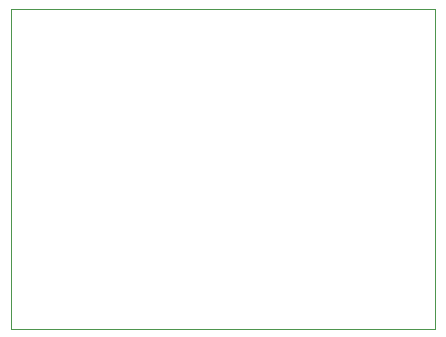
<source format=gbr>
%TF.GenerationSoftware,KiCad,Pcbnew,5.1.10-88a1d61d58~90~ubuntu21.04.1*%
%TF.CreationDate,2021-08-03T21:09:56+05:30*%
%TF.ProjectId,The Sixth Eye KiCAD,54686520-5369-4787-9468-20457965204b,v2*%
%TF.SameCoordinates,Original*%
%TF.FileFunction,Profile,NP*%
%FSLAX46Y46*%
G04 Gerber Fmt 4.6, Leading zero omitted, Abs format (unit mm)*
G04 Created by KiCad (PCBNEW 5.1.10-88a1d61d58~90~ubuntu21.04.1) date 2021-08-03 21:09:56*
%MOMM*%
%LPD*%
G01*
G04 APERTURE LIST*
%TA.AperFunction,Profile*%
%ADD10C,0.050000*%
%TD*%
G04 APERTURE END LIST*
D10*
X127200000Y-103300000D02*
X127200000Y-76200000D01*
X163100000Y-103300000D02*
X127200000Y-103300000D01*
X163100000Y-76200000D02*
X163100000Y-103300000D01*
X127200000Y-76200000D02*
X163100000Y-76200000D01*
M02*

</source>
